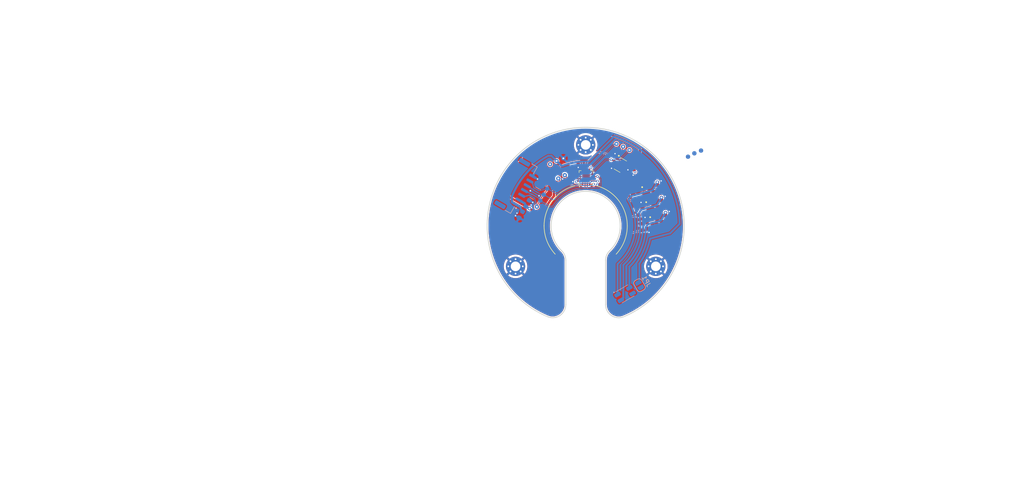
<source format=kicad_pcb>
(kicad_pcb (version 20221018) (generator pcbnew)
  (title_block (title "${BOARD_NAME} Assembly") (date "Last Modified Date") (rev "${REVISION}") (company "${COMPANY}"))
  (layers (0 "F.Cu" signal "L1 (Sig, PWR)") (1 "In1.Cu" signal "L2 (GND)") (2 "In2.Cu" signal "L3 (GND)") (31 "B.Cu" signal "L4 (Sig, PWR)") (34 "B.Paste" user) (35 "F.Paste" user) (36 "B.SilkS" user "B.Silkscreen") (37 "F.SilkS" user "F.Silkscreen") (38 "B.Mask" user) (39 "F.Mask" user) (44 "Edge.Cuts" user))
  (property "BOARD_NAME" "Λmulet Off-Axis Encoder")
  (property "COMPANY" "EPFL Xplore Research")
  (property "DESIGNER" "Vincent Nguyen")
  (property "PROJECT_NAME" "Chienpanzé")
  (property "RELEASE_DATE" "06-FEB-2024")
  (property "REVIEWER" "")
  (property "REVISION" "1.0")
  (property "VARIANT" "Preliminary")
  (net 0 "")
  (net 1 "/MOSI")
  (net 2 "/MISO")
  (net 3 "/CLK")
  (net 4 "GND")
  (net 5 "+5V")
  (net 6 "/MGL")
  (net 7 "+3V3")
  (net 8 "/MGH")
  (net 9 "/PWM")
  (net 10 "/Z")
  (net 11 "/B")
  (net 12 "/A")
  (net 13 "/SSCK")
  (net 14 "/SSD")
  (net 15 "/CS")
  (net 17 "/MOS_R_G")
  (net 18 "/MOS_G_G")
  (net 19 "/MG")
  (net 20 "/MOS_Y_G")
  (net 21 "/LED_R_K")
  (net 22 "/MOS_R_D")
  (net 23 "/LED_G_K")
  (net 24 "/MOS_G_D")
  (net 25 "/LED_Y_K")
  (net 26 "/MOS_Y_D")
  (net 27 "/LED_A")
  (footprint "MountingHole:MountingHole_2.2mm_M2_Pad_Via" (layer "F.Cu") (at 148.5 71.5)
    (fp_text reference "H1" hide)
    (fp_text value "M2")
    (pad "1" thru_hole circle (at -1.65 0) (size 0.7 0.7) (drill 0.4) (layers "*.Cu" "*.Mask") (net 4 "GND"))
    (pad "1" thru_hole circle (at -1.166726 -1.166726) (size 0.7 0.7) (drill 0.4) (layers "*.Cu" "*.Mask") (net 4 "GND"))
    (pad "1" thru_hole circle (at -1.166726 1.166726) (size 0.7 0.7) (drill 0.4) (layers "*.Cu" "*.Mask") (net 4 "GND"))
    (pad "1" thru_hole circle (at 0 -1.65) (size 0.7 0.7) (drill 0.4) (layers "*.Cu" "*.Mask") (net 4 "GND"))
    (pad "1" thru_hole circle (at 0 0) (size 4.4 4.4) (drill 2.2) (layers "*.Cu" "*.Mask") (net 4 "GND"))
    (pad "1" thru_hole circle (at 0 1.65) (size 0.7 0.7) (drill 0.4) (layers "*.Cu" "*.Mask") (net 4 "GND"))
    (pad "1" thru_hole circle (at 1.166726 -1.166726) (size 0.7 0.7) (drill 0.4) (layers "*.Cu" "*.Mask") (net 4 "GND"))
    (pad "1" thru_hole circle (at 1.166726 1.166726) (size 0.7 0.7) (drill 0.4) (layers "*.Cu" "*.Mask") (net 4 "GND"))
    (pad "1" thru_hole circle (at 1.65 0) (size 0.7 0.7) (drill 0.4) (layers "*.Cu" "*.Mask") (net 4 "GND"))
  )
  (footprint "0_fiducials:Fiducial_1mm_Mask2mm" (layer "F.Cu") (at 144.35 71.3)
    (fp_text reference "FM2" hide)
    (fp_text value "Fiducial" hide)
    (pad "" smd circle (at 0 0) (size 1 1) (property pad_prop_fiducial_glob) (layers "F.Cu" "F.Mask") (clearance 0.5))
  )
  (footprint "0_capacitor_smd:C_0603_1608_DensityMedium" (layer "F.Cu") (at 145.75 77.45 90)
    (fp_text reference "C4" hide)
    (fp_text value "1u X7R 25V" hide)
    (pad "1" smd roundrect (at -0.8 0 90) (size 0.95 1) (layers "F.Cu" "F.Paste" "F.Mask") (net 7 "+3V3"))
    (pad "2" smd roundrect (at 0.8 0 90) (size 0.95 1) (layers "F.Cu" "F.Paste" "F.Mask") (net 4 "GND"))
  )
  (footprint "0_resistor_smd:R_0603_1608_DensityMedium" (layer "F.Cu") (at 160.717784 83.051024 -75)
    (fp_text reference "R2" hide)
    (fp_text value "R" hide)
    (pad "1" smd roundrect (at -0.75 0 285) (size 0.85 1) (layers "F.Cu" "F.Paste" "F.Mask") (net 18 "/MOS_G_G"))
    (pad "2" smd roundrect (at 0.75 0 285) (size 0.85 1) (layers "F.Cu" "F.Paste" "F.Mask") (net 4 "GND"))
  )
  (footprint "0_resistor_smd:R_0603_1608_DensityMedium" (layer "F.Cu") (at 167.191846 88.666765 -75)
    (fp_text reference "R8" hide)
    (fp_text value "R" hide)
    (pad "1" smd roundrect (at -0.75 0 285) (size 0.85 1) (layers "F.Cu" "F.Paste" "F.Mask") (net 25 "/LED_Y_K"))
    (pad "2" smd roundrect (at 0.75 0 285) (size 0.85 1) (layers "F.Cu" "F.Paste" "F.Mask") (net 26 "/MOS_Y_D"))
  )
  (footprint "0_resistor_smd:R_0603_1608_DensityMedium" (layer "F.Cu") (at 160.380886 86.816526 -75)
    (fp_text reference "R4" hide)
    (fp_text value "R" hide)
    (pad "1" smd roundrect (at -0.75 0 285) (size 0.85 1) (layers "F.Cu" "F.Paste" "F.Mask") (net 17 "/MOS_R_G"))
    (pad "2" smd roundrect (at 0.75 0 285) (size 0.85 1) (layers "F.Cu" "F.Paste" "F.Mask") (net 6 "/MGL"))
  )
  (footprint "0_resistor_smd:R_0603_1608_DensityMedium" (layer "F.Cu") (at 159.462084 83.387492 -75)
    (fp_text reference "R1" hide)
    (fp_text value "R" hide)
    (pad "1" smd roundrect (at -0.75 0 285) (size 0.85 1) (layers "F.Cu" "F.Paste" "F.Mask") (net 18 "/MOS_G_G"))
    (pad "2" smd roundrect (at 0.75 0 285) (size 0.85 1) (layers "F.Cu" "F.Paste" "F.Mask") (net 19 "/MG"))
  )
  (footprint "0_resistor_smd:R_0603_1608_DensityMedium" (layer "F.Cu") (at 161.636594 86.480059 -75)
    (fp_text reference "R6" hide)
    (fp_text value "R" hide)
    (pad "1" smd roundrect (at -0.75 0 285) (size 0.85 1) (layers "F.Cu" "F.Paste" "F.Mask") (net 17 "/MOS_R_G"))
    (pad "2" smd roundrect (at 0.75 0 285) (size 0.85 1) (layers "F.Cu" "F.Paste" "F.Mask") (net 4 "GND"))
  )
  (footprint "0_package_SOT_TO_SMD:SOT95P280X145-5N" (layer "F.Cu") (at 156.4134 76.093595 -30)
    (fp_text reference "U2" hide)
    (fp_text value "SN74AHC1G02DBVR" hide)
    (pad "1" smd roundrect (at -1.375 -0.95 330) (size 1 0.6) (layers "F.Cu" "F.Paste" "F.Mask") (net 6 "/MGL"))
    (pad "2" smd roundrect (at -1.375 0 330) (size 1 0.6) (layers "F.Cu" "F.Paste" "F.Mask") (net 8 "/MGH"))
    (pad "3" smd roundrect (at -1.375 0.95 330) (size 1 0.6) (layers "F.Cu" "F.Paste" "F.Mask") (net 4 "GND"))
    (pad "4" smd roundrect (at 1.375 0.95 330) (size 1 0.6) (layers "F.Cu" "F.Paste" "F.Mask") (net 19 "/MG"))
    (pad "5" smd roundrect (at 1.375 -0.95 330) (size 1 0.6) (layers "F.Cu" "F.Paste" "F.Mask") (net 7 "+3V3"))
  )
  (footprint "0_fiducials:Fiducial_1mm_Mask2mm" (layer "F.Cu") (at 166.2 95.55 -120)
    (fp_text reference "FM3" hide)
    (fp_text value "Fiducial" hide)
    (pad "" smd circle (at 0 0 240) (size 1 1) (property pad_prop_fiducial_glob) (layers "F.Cu" "F.Mask") (clearance 0.5))
  )
  (footprint "0_resistor_smd:R_0603_1608_DensityMedium" (layer "F.Cu") (at 162.555397 89.909096 -75)
    (fp_text reference "R5" hide)
    (fp_text value "R" hide)
    (pad "1" smd roundrect (at -0.75 0 285) (size 0.85 1) (layers "F.Cu" "F.Paste" "F.Mask") (net 20 "/MOS_Y_G"))
    (pad "2" smd roundrect (at 0.75 0 285) (size 0.85 1) (layers "F.Cu" "F.Paste" "F.Mask") (net 4 "GND"))
  )
  (footprint "0_capacitor_smd:C_0603_1608_DensityMedium" (layer "F.Cu") (at 158.813396 77.593596 -120)
    (fp_text reference "C3" hide)
    (fp_text value "1u X7R 25V" hide)
    (pad "1" smd roundrect (at -0.8 0 240) (size 0.95 1) (layers "F.Cu" "F.Paste" "F.Mask") (net 7 "+3V3"))
    (pad "2" smd roundrect (at 0.8 0 240) (size 0.95 1) (layers "F.Cu" "F.Paste" "F.Mask") (net 4 "GND"))
  )
  (footprint "MountingHole:MountingHole_2.2mm_M2_Pad_Via" (layer "F.Cu") (at 164.521469 99.250002)
    (fp_text reference "H2" hide)
    (fp_text value "M2")
    (pad "1" thru_hole circle (at -1.65 0) (size 0.7 0.7) (drill 0.4) (layers "*.Cu" "*.Mask") (net 4 "GND"))
    (pad "1" thru_hole circle (at -1.166726 -1.166726) (size 0.7 0.7) (drill 0.4) (layers "*.Cu" "*.Mask") (net 4 "GND"))
    (pad "1" thru_hole circle (at -1.166726 1.166726) (size 0.7 0.7) (drill 0.4) (layers "*.Cu" "*.Mask") (net 4 "GND"))
    (pad "1" thru_hole circle (at 0 -1.65) (size 0.7 0.7) (drill 0.4) (layers "*.Cu" "*.Mask") (net 4 "GND"))
    (pad "1" thru_hole circle (at 0 0) (size 4.4 4.4) (drill 2.2) (layers "*.Cu" "*.Mask") (net 4 "GND"))
    (pad "1" thru_hole circle (at 0 1.65) (size 0.7 0.7) (drill 0.4) (layers "*.Cu" "*.Mask") (net 4 "GND"))
    (pad "1" thru_hole circle (at 1.166726 -1.166726) (size 0.7 0.7) (drill 0.4) (layers "*.Cu" "*.Mask") (net 4 "GND"))
    (pad "1" thru_hole circle (at 1.166726 1.166726) (size 0.7 0.7) (drill 0.4) (layers "*.Cu" "*.Mask") (net 4 "GND"))
    (pad "1" thru_hole circle (at 1.65 0) (size 0.7 0.7) (drill 0.4) (layers "*.Cu" "*.Mask") (net 4 "GND"))
  )
  (footprint "MountingHole:MountingHole_2.2mm_M2_Pad_Via" (layer "F.Cu") (at 132.478529 99.249996)
    (fp_text reference "H3" hide)
    (fp_text value "M2")
    (pad "1" thru_hole circle (at -1.65 0) (size 0.7 0.7) (drill 0.4) (layers "*.Cu" "*.Mask") (net 4 "GND"))
    (pad "1" thru_hole circle (at -1.166726 -1.166726) (size 0.7 0.7) (drill 0.4) (layers "*.Cu" "*.Mask") (net 4 "GND"))
    (pad "1" thru_hole circle (at -1.166726 1.166726) (size 0.7 0.7) (drill 0.4) (layers "*.Cu" "*.Mask") (net 4 "GND"))
    (pad "1" thru_hole circle (at 0 -1.65) (size 0.7 0.7) (drill 0.4) (layers "*.Cu" "*.Mask") (net 4 "GND"))
    (pad "1" thru_hole circle (at 0 0) (size 4.4 4.4) (drill 2.2) (layers "*.Cu" "*.Mask") (net 4 "GND"))
    (pad "1" thru_hole circle (at 0 1.65) (size 0.7 0.7) (drill 0.4) (layers "*.Cu" "*.Mask") (net 4 "GND"))
    (pad "1" thru_hole circle (at 1.166726 -1.166726) (size 0.7 0.7) (drill 0.4) (layers "*.Cu" "*.Mask") (net 4 "GND"))
    (pad "1" thru_hole circle (at 1.166726 1.166726) (size 0.7 0.7) (drill 0.4) (layers "*.Cu" "*.Mask") (net 4 "GND"))
    (pad "1" thru_hole circle (at 1.65 0) (size 0.7 0.7) (drill 0.4) (layers "*.Cu" "*.Mask") (net 4 "GND"))
  )
  (footprint "0_package_DFN_QFN:QFN-16" (layer "F.Cu") (at 148.6 79 90)
    (fp_text reference "U1" hide)
    (fp_text value "MA732GQ" hide)
    (pad "1" smd roundrect (at -1.475 -0.75 90) (size 0.75 0.25) (layers "F.Cu" "F.Paste" "F.Mask") (net 14 "/SSD"))
    (pad "2" smd roundrect (at -1.475 -0.25 90) (size 0.75 0.25) (layers "F.Cu" "F.Paste" "F.Mask") (net 12 "/A"))
    (pad "3" smd roundrect (at -1.475 0.25 90) (size 0.75 0.25) (layers "F.Cu" "F.Paste" "F.Mask") (net 10 "/Z"))
    (pad "4" smd roundrect (at -1.475 0.75 90) (size 0.75 0.25) (layers "F.Cu" "F.Paste" "F.Mask") (net 1 "/MOSI"))
    (pad "5" smd roundrect (at -0.75 1.475 90) (size 0.25 0.75) (layers "F.Cu" "F.Paste" "F.Mask") (net 15 "/CS"))
    (pad "6" smd roundrect (at -0.25 1.475 90) (size 0.25 0.75) (layers "F.Cu" "F.Paste" "F.Mask") (net 11 "/B"))
    (pad "7" smd roundrect (at 0.25 1.475 90) (size 0.25 0.75) (layers "F.Cu" "F.Paste" "F.Mask") (net 2 "/MISO"))
    (pad "8" smd roundrect (at 0.75 1.475 90) (size 0.25 0.75) (layers "F.Cu" "F.Paste" "F.Mask") (net 4 "GND"))
    (pad "9" smd roundrect (at 1.475 0.75 90) (size 0.75 0.25) (layers "F.Cu" "F.Paste" "F.Mask") (net 9 "/PWM"))
    (pad "10" smd roundrect (at 1.475 0.25 90) (size 0.75 0.25) (layers "F.Cu" "F.Paste" "F.Mask") (net 4 "GND"))
    (pad "11" smd roundrect (at 1.475 -0.25 90) (size 0.75 0.25) (layers "F.Cu" "F.Paste" "F.Mask") (net 6 "/MGL"))
    (pad "12" smd roundrect (at 1.475 -0.75 90) (size 0.75 0.25) (layers "F.Cu" "F.Paste" "F.Mask") (net 3 "/CLK"))
    (pad "13" smd roundrect (at 0.75 -1.475 90) (size 0.25 0.75) (layers "F.Cu" "F.Paste" "F.Mask") (net 7 "+3V3"))
    (pad "14" smd roundrect (at 0.25 -1.475 90) (size 0.25 0.75) (layers "F.Cu" "F.Paste" "F.Mask"))
    (pad "15" smd roundrect (at -0.25 -1.475 90) (size 0.25 0.75) (layers "F.Cu" "F.Paste" "F.Mask") (net 13 "/SSCK"))
    (pad "16" smd roundrect (at -0.75 -1.475 90) (size 0.25 0.75) (layers "F.Cu" "F.Paste" "F.Mask") (net 8 "/MGH"))
    (pad "17" smd rect (at 0 0 90) (size 1.7 1.7) (layers "F.Cu" "F.Mask") (net 4 "GND"))
  )
  (footprint "0_package_SOT_TO_SMD:SOT-23-3" (layer "F.Cu") (at 164.873625 89.287931 15)
    (fp_text reference "Q2" hide)
    (fp_text value "PMV90ENER" hide)
    (pad "1" smd roundrect (at -1 -0.95 15) (size 1 0.6) (layers "F.Cu" "F.Paste" "F.Mask") (net 20 "/MOS_Y_G"))
    (pad "2" smd roundrect (at -1 0.95 15) (size 1 0.6) (layers "F.Cu" "F.Paste" "F.Mask") (net 4 "GND"))
    (pad "3" smd roundrect (at 1 0 15) (size 1 0.6) (layers "F.Cu" "F.Paste" "F.Mask") (net 26 "/MOS_Y_D"))
  )
  (footprint "0_resistor_smd:R_0603_1608_DensityMedium" (layer "F.Cu") (at 166.273035 85.23773 -75)
    (fp_text reference "R9" hide)
    (fp_text value "R" hide)
    (pad "1" smd roundrect (at -0.75 0 285) (size 0.85 1) (layers "F.Cu" "F.Paste" "F.Mask") (net 21 "/LED_R_K"))
    (pad "2" smd roundrect (at 0.75 0 285) (size 0.85 1) (layers "F.Cu" "F.Paste" "F.Mask") (net 22 "/MOS_R_D"))
  )
  (footprint "0_resistor_smd:R_0603_1608_DensityMedium" (layer "F.Cu") (at 165.354227 81.808695 -75)
    (fp_text reference "R7" hide)
    (fp_text value "R" hide)
    (pad "1" smd roundrect (at -0.75 0 285) (size 0.85 1) (layers "F.Cu" "F.Paste" "F.Mask") (net 23 "/LED_G_K"))
    (pad "2" smd roundrect (at 0.75 0 285) (size 0.85 1) (layers "F.Cu" "F.Paste" "F.Mask") (net 24 "/MOS_G_D"))
  )
  (footprint "0_package_SOT_TO_SMD:SOT-23-3" (layer "F.Cu") (at 163.954813 85.858895 15)
    (fp_text reference "Q3" hide)
    (fp_text value "PMV90ENER" hide)
    (pad "1" smd roundrect (at -1 -0.95 15) (size 1 0.6) (layers "F.Cu" "F.Paste" "F.Mask") (net 17 "/MOS_R_G"))
    (pad "2" smd roundrect (at -1 0.95 15) (size 1 0.6) (layers "F.Cu" "F.Paste" "F.Mask") (net 4 "GND"))
    (pad "3" smd roundrect (at 1 0 15) (size 1 0.6) (layers "F.Cu" "F.Paste" "F.Mask") (net 22 "/MOS_R_D"))
  )
  (footprint "0_fiducials:Fiducial_1mm_Mask2mm" (layer "F.Cu") (at 135.1 102.45 120)
    (fp_text reference "FM1" hide)
    (fp_text value "Fiducial" hide)
    (pad "" smd circle (at 0 0 120) (size 1 1) (property pad_prop_fiducial_glob) (layers "F.Cu" "F.Mask") (clearance 0.5))
  )
  (footprint "0_package_SOT_TO_SMD:SOT-23-3" (layer "F.Cu") (at 163.036006 82.429859 15)
    (fp_text reference "Q1" hide)
    (fp_text value "PMV90ENER" hide)
    (pad "1" smd roundrect (at -1 -0.95 15) (size 1 0.6) (layers "F.Cu" "F.Paste" "F.Mask") (net 18 "/MOS_G_G"))
    (pad "2" smd roundrect (at -1 0.95 15) (size 1 0.6) (layers "F.Cu" "F.Paste" "F.Mask") (net 4 "GND"))
    (pad "3" smd roundrect (at 1 0 15) (size 1 0.6) (layers "F.Cu" "F.Paste" "F.Mask") (net 24 "/MOS_G_D"))
  )
  (footprint "0_resistor_smd:R_0603_1608_DensityMedium" (layer "F.Cu") (at 161.299696 90.245561 -75)
    (fp_text reference "R3" hide)
    (fp_text value "R" hide)
    (pad "1" smd roundrect (at -0.75 0 285) (size 0.85 1) (layers "F.Cu" "F.Paste" "F.Mask") (net 20 "/MOS_Y_G"))
    (pad "2" smd roundrect (at 0.75 0 285) (size 0.85 1) (layers "F.Cu" "F.Paste" "F.Mask") (net 8 "/MGH"))
  )
  (footprint "0_testpoint:TestPoint_Pad_D1mm_Front" (layer "B.Cu") (at 155.525 71.275 180)
    (fp_text reference "TP10" hide)
    (fp_text value "PWM" hide)
    (pad "1" smd circle (at 0 0 180) (size 1 1) (property pad_prop_testpoint) (layers "B.Cu" "B.Mask") (net 9 "/PWM"))
  )
  (footprint "0_testpoint:TestPoint_Pad_D1mm_Front" (layer "B.Cu") (at 140.375 75.925 180)
    (fp_text reference "TP13" hide)
    (fp_text value "+3V3" hide)
    (pad "1" smd circle (at 0 0 180) (size 1 1) (property pad_prop_testpoint) (layers "B.Cu" "B.Mask") (net 7 "+3V3"))
  )
  (footprint "0_testpoint:TestPoint_Pad_D1mm_Front" (layer "B.Cu") (at 138.937599 82.862564 180)
    (fp_text reference "TP3" hide)
    (fp_text value "MOSI" hide)
    (pad "1" smd circle (at 0 0 180) (size 1 1) (property pad_prop_testpoint) (layers "B.Cu" "B.Mask") (net 1 "/MOSI"))
  )
  (footprint "0_testpoint:TestPoint_Pad_D1mm_Front" (layer "B.Cu") (at 137.337599 85.633846 180)
    (fp_text reference "TP1" hide)
    (fp_text value "CLK" hide)
    (pad "1" smd circle (at 0 0 180) (size 1 1) (property pad_prop_testpoint) (layers "B.Cu" "B.Mask") (net 3 "/CLK"))
  )
  (footprint "0_testpoint:TestPoint_Pad_D1mm_Front" (layer "B.Cu") (at 139.7376 81.476925 180)
    (fp_text reference "TP4" hide)
    (fp_text value "CS" hide)
    (pad "1" smd circle (at 0 0 180) (size 1 1) (property pad_prop_testpoint) (layers "B.Cu" "B.Mask") (net 15 "/CS"))
  )
  (footprint "0_testpoint:TestPoint_Pad_D1mm_Front" (layer "B.Cu") (at 143.4 74.575 180)
    (fp_text reference "TP15" hide)
    (fp_text value "GND" hide)
    (pad "1" smd circle (at 0 0 180) (size 1 1) (property pad_prop_testpoint) (layers "B.Cu" "B.Mask") (net 4 "GND"))
  )
  (footprint "0_connectors:JST_GH_SM07B-GHS-TB_1x07-1MP_P1.25mm_Horizontal" (layer "B.Cu") (at 132.911543 81 60)
    (fp_text reference "J1" hide)
    (fp_text value "SM07B-GHS-TB" hide)
    (pad "1" smd roundrect (at -3.75 1.85 60) (size 0.6 1.7) (layers "B.Cu" "B.Paste" "B.Mask") (net 5 "+5V"))
    (pad "2" smd roundrect (at -2.5 1.85 60) (size 0.6 1.7) (layers "B.Cu" "B.Paste" "B.Mask") (net 7 "+3V3"))
    (pad "3" smd roundrect (at -1.25 1.85 60) (size 0.6 1.7) (layers "B.Cu" "B.Paste" "B.Mask") (net 3 "/CLK"))
    (pad "4" smd roundrect (at 0 1.85 60) (size 0.6 1.7) (layers "B.Cu" "B.Paste" "B.Mask") (net 2 "/MISO"))
    (pad "5" smd roundrect (at 1.25 1.85 60) (size 0.6 1.7) (layers "B.Cu" "B.Paste" "B.Mask") (net 1 "/MOSI"))
    (pad "6" smd roundrect (at 2.5 1.85 60) (size 0.6 1.7) (layers "B.Cu" "B.Paste" "B.Mask") (net 15 "/CS"))
    (pad "7" smd roundrect (at 3.75 1.85 60) (size 0.6 1.7) (layers "B.Cu" "B.Paste" "B.Mask") (net 4 "GND"))
    (pad "MP1" smd roundrect (at -5.6 -1.35 60) (size 1 2.7) (layers "B.Cu" "B.Paste" "B.Mask"))
    (pad "MP2" smd roundrect (at 5.6 -1.35 60) (size 1 2.7) (layers "B.Cu" "B.Paste" "B.Mask"))
  )
  (footprint "0_package_DFN_QFN:SOT1176D" (layer "B.Cu") (at 136.817564 82.537533 150)
    (fp_text reference "D1" hide)
    (fp_text value "PESD4USB5B-TBSX" hide)
    (pad "1" smd rect (at -0.425 1 240) (size 0.25 0.6) (layers "B.Cu" "B.Paste" "B.Mask") (net 15 "/CS"))
    (pad "2" smd rect (at -0.425 0.5 240) (size 0.25 0.6) (layers "B.Cu" "B.Paste" "B.Mask") (net 1 "/MOSI"))
    (pad "3" smd rect (at -0.425 0 240) (size 0.25 0.6) (layers "B.Cu" "B.Paste" "B.Mask") (net 4 "GND"))
    (pad "4" smd rect (at -0.425 -0.5 240) (size 0.25 0.6) (layers "B.Cu" "B.Paste" "B.Mask") (net 2 "/MISO"))
    (pad "5" smd rect (at -0.425 -1 240) (size 0.25 0.6) (layers "B.Cu" "B.Paste" "B.Mask") (net 3 "/CLK"))
    (pad "6" smd rect (at 0.425 -1 240) (size 0.25 0.6) (layers "B.Cu" "B.Paste" "B.Mask") (net 3 "/CLK"))
    (pad "7" smd rect (at 0.425 -0.5 240) (size 0.25 0.6) (layers "B.Cu" "B.Paste" "B.Mask") (net 2 "/MISO"))
    (pad "8" smd rect (at 0.425 0 240) (size 0.25 0.6) (layers "B.Cu" "B.Paste" "B.Mask") (net 4 "GND"))
    (pad "9" smd rect (at 0.425 0.5 240) (size 0.25 0.6) (layers "B.Cu" "B.Paste" "B.Mask") (net 1 "/MOSI"))
    (pad "10" smd rect (at 0.425 1 240) (size 0.25 0.6) (layers "B.Cu" "B.Paste" "B.Mask") (net 15 "/CS"))
  )
  (footprint "0_testpoint:TestPoint_Pad_D1mm_Front" (layer "B.Cu") (at 141.85 75.175 180)
    (fp_text reference "TP14" hide)
    (fp_text value "+5V" hide)
    (pad "1" smd circle (at 0 0 180) (size 1 1) (property pad_prop_testpoint) (layers "B.Cu" "B.Mask") (net 5 "+5V"))
  )
  (footprint "0_testpoint:TestPoint_Pad_D1mm_Front" (layer "B.Cu") (at 157.05 71.9 180)
    (fp_text reference "TP12" hide)
    (fp_text value "MGL" hide)
    (pad "1" smd circle (at 0 0 180) (size 1 1) (property pad_prop_testpoint) (layers "B.Cu" "B.Mask") (net 6 "/MGL"))
  )
  (footprint "0_testpoint:TestPoint_Pad_D1mm_Front" (layer "B.Cu") (at 138.137599 84.248205 180)
    (fp_text reference "TP2" hide)
    (fp_text value "MISO" hide)
    (pad "1" smd circle (at 0 0 180) (size 1 1) (property pad_prop_testpoint) (layers "B.Cu" "B.Mask") (net 2 "/MISO"))
  )
  (footprint "0_testpoint:TestPoint_Pad_D1mm_Front" (layer "B.Cu") (at 174.85 72.8 180)
    (fp_text reference "TP9" hide)
    (fp_text value "Z" hide)
    (pad "1" smd circle (at 0 0 180) (size 1 1) (property pad_prop_testpoint) (layers "B.Cu" "B.Mask") (net 10 "/Z"))
  )
  (footprint "0_capacitor_smd:C_0603_1608_DensityMedium" (layer "B.Cu") (at 133.689042 87.453332 -120)
    (fp_text reference "C1" hide)
    (fp_text value "100n X7R 100V" hide)
    (pad "1" smd roundrect (at -0.8 0 240) (size 0.95 1) (layers "B.Cu" "B.Paste" "B.Mask") (net 5 "+5V"))
    (pad "2" smd roundrect (at 0.8 0 240) (size 0.95 1) (layers "B.Cu" "B.Paste" "B.Mask") (net 4 "GND"))
  )
  (footprint "Jumper:SolderJumper-2_P1.3mm_Open_RoundedPad1.0x1.5mm" (layer "B.Cu") (at 160.8 103.55 120)
    (fp_text reference "JP1" (at 0 1.8 120) (layer "B.SilkS") (effects (justify mirror)))
    (fp_text value "PWR_LED")
    (pad "1" smd custom (at -0.65 0 120) (size 1 0.5) (layers "B.Cu" "B.Mask") (net 27 "/LED_A") (options (clearance outline) (anchor rect)) (primitives (gr_circle (center 0 -0.25) (end 0.5 -0.25) (width 0) (fill yes)) (gr_circle (center 0 0.25) (end 0.5 0.25) (width 0) (fill yes)) (gr_poly (pts (xy 0.5 -0.75) (xy 0 -0.75) (xy 0 0.75) (xy 0.5 0.75)) (width 0) (fill yes))))
    (pad "2" smd custom (at 0.65 0 120) (size 1 0.5) (layers "B.Cu" "B.Mask") (net 5 "+5V") (options (clearance outline) (anchor rect)) (primitives (gr_circle (center 0 -0.25) (end 0.5 -0.25) (width 0) (fill yes)) (gr_circle (center 0 0.25) (end 0.5 0.25) (width 0) (fill yes)) (gr_poly (pts (xy 0 -0.75) (xy -0.5 -0.75) (xy -0.5 0.75) (xy 0 0.75)) (width 0) (fill yes))))
  )
  (footprint "0_testpoint:TestPoint_Pad_D1mm_Front" (layer "B.Cu") (at 173.325 73.425 180)
    (fp_text reference "TP8" hide)
    (fp_text value "B" hide)
    (pad "1" smd circle (at 0 0 180) (size 1 1) (property pad_prop_testpoint) (layers "B.Cu" "B.Mask") (net 11 "/B"))
  )
  (footprint "0_led:4-PLCC" (layer "B.Cu") (at 157.5 105.575 -60)
    (fp_text reference "D2" hide)
    (fp_text value "SMTL4-SRGY" hide)
    (pad "1" smd roundrect (at -0.75 1.55 300) (size 0.9 1.5) (layers "B.Cu" "B.Paste" "B.Mask") (net 23 "/LED_G_K"))
    (pad "2" smd roundrect (at -0.75 -1.55 300) (size 0.9 1.5) (layers "B.Cu" "B.Paste" "B.Mask") (net 25 "/LED_Y_K"))
    (pad "3" smd roundrect (at 0.75 1.55 300) (size 0.9 1.5) (layers "B.Cu" "B.Paste" "B.Mask") (net 21 "/LED_R_K"))
    (pad "4" smd roundrect (at 0.75 -1.55 300) (size 0.9 1.5) (layers "B.Cu" "B.Paste" "B.Mask") (net 27 "/LED_A"))
  )
  (footprint "0_testpoint:TestPoint_Pad_D1mm_Front" (layer "B.Cu") (at 142.25 79.175 180)
    (fp_text reference "TP5" hide)
    (fp_text value "SSD" hide)
    (pad "1" smd circle (at 0 0 180) (size 1 1) (property pad_prop_testpoint) (layers "B.Cu" "B.Mask") (net 14 "/SSD"))
  )
  (footprint "0_testpoint:TestPoint_Pad_D1mm_Front" (layer "B.Cu") (at 143.725 78.425 180)
    (fp_text reference "TP6" hide)
    (fp_text value "SSCK" hide)
    (pad "1" smd circle (at 0 0 180) (size 1 1) (property pad_prop_testpoint) (layers "B.Cu" "B.Mask") (net 13 "/SSCK"))
  )
  (footprint "0_testpoint:TestPoint_Pad_D1mm_Front" (layer "B.Cu") (at 171.875 74.2 180)
    (fp_text reference "TP7" hide)
    (fp_text value "A" hide)
    (pad "1" smd circle (at 0 0 180) (size 1 1) (property pad_prop_testpoint) (layers "B.Cu" "B.Mask") (net 12 "/A"))
  )
  (footprint "0_testpoint:TestPoint_Pad_D1mm_Front" (layer "B.Cu") (at 158.5 72.675 180)
    (fp_text reference "TP11" hide)
    (fp_text value "MGH" hide)
    (pad "1" smd circle (at 0 0 180) (size 1 1) (property pad_prop_testpoint) (layers "B.Cu" "B.Mask") (net 8 "/MGH"))
  )
  (footprint "0_capacitor_smd:C_0603_1608_DensityMedium" (layer "B.Cu") (at 135.189042 84.855254 60)
    (fp_text reference "C2" hide)
    (fp_text value "100n X7R 100V" hide)
    (pad "1" smd roundrect (at -0.8 0 60) (size 0.95 1) (layers "B.Cu" "B.Paste" "B.Mask") (net 7 "+3V3"))
    (pad "2" smd roundrect (at 0.8 0 60) (size 0.95 1) (layers "B.Cu" "B.Paste" "B.Mask") (net 4 "GND"))
  )
  (gr_arc (start 139 90) (mid 140.956889 84.224926) (end 146.021364 80.829048) (stroke (width 0.15)) (layer "F.SilkS"))
  (gr_arc (start 158 90) (mid 157.342641 93.472419) (end 155.461538 96.464285) (stroke (width 0.15)) (layer "F.SilkS"))
  (gr_arc (start 150.978636 80.829048) (mid 156.043111 84.224926) (end 158 90) (stroke (width 0.15)) (layer "F.SilkS"))
  (gr_arc (start 141.538462 96.464285) (mid 139.657359 93.472419) (end 139 90) (stroke (width 0.15)) (layer "F.SilkS"))
  (gr_arc (start 143.950001 107.979083) (mid 142.610635 110.477559) (end 139.788462 110.745098) (stroke (width 0.2)) (layer "Edge.Cuts"))
  (gr_line (start 143.950001 107.979083) (end 143.95 97.861775) (stroke (width 0.2)) (layer "Edge.Cuts"))
  (gr_arc (start 139.788462 110.745098) (mid 148.5 67.5) (end 157.211538 110.745098) (stroke (width 0.2)) (layer "Edge.Cuts"))
  (gr_arc (start 157.211538 110.745098) (mid 154.38937 110.477545) (end 153.05 107.979085) (stroke (width 0.2)) (layer "Edge.Cuts"))
  (gr_arc (start 143.027981 95.697983) (mid 148.5 82.1) (end 153.972016 95.697981) (stroke (width 0.2)) (layer "Edge.Cuts"))
  (gr_line (start 153.049999 97.861775) (end 153.05 107.979085) (stroke (width 0.2)) (layer "Edge.Cuts"))
  (gr_arc (start 143.027981 95.697983) (mid 143.709885 96.685753) (end 143.95 97.861775) (stroke (width 0.2)) (layer "Edge.Cuts"))
  (gr_arc (start 153.049999 97.861775) (mid 153.290113 96.685753) (end 153.972016 95.697981) (stroke (width 0.2)) (layer "Edge.Cuts"))
  (segment (start 149.35 80.475) (end 150.325 80.475) (width 0.2) (layer "F.Cu") (net 1))
  (via (at 150.325 80.475) (size 0.6) (drill 0.3) (layers "F.Cu" "B.Cu") (net 1))
  (segment (start 136.699503 81.89202) (end 136.67076 81.784745) (width 0.25) (layer "B.Cu") (net 1))
  (segment (start 140.929457 84.012564) (end 138.937599 82.862564) (width 0.2) (layer "B.Cu") (net 1))
  (segment (start 136.699503 81.89202) (end 137.435624 82.317021) (width 0.25) (layer "B.Cu") (net 1))
  (segment (start 135.15699 80.91077) (end 135.13869 80.842468) (width 0.25) (layer "B.Cu") (net 1))
  (segment (start 135.185734 81.018046) (end 135.13869 80.842468) (width 0.25) (layer "B.Cu") (net 1))
  (segment (start 148.5 80.751622) (end 150.048378 80.751622) (width 0.2) (layer "B.Cu") (net 1))
  (segment (start 141.44975 84.012564) (end 141.460641 84.001673) (width 0.2) (layer "B.Cu") (net 1))
  (segment (start 138.557116 82.964516) (end 138.937599 82.862564) (width 0.2) (layer "B.Cu") (net 1))
  (segment (start 150.048378 80.751622) (end 150.325 80.475) (width 0.2) (layer "B.Cu") (net 1))
  (segment (start 136.67076 81.784745) (end 135.15699 80.91077) (width 0.25) (layer "B.Cu") (net 1))
  (segment (start 140.929457 84.012564) (end 141.44975 84.012564) (width 0.2) (layer "B.Cu") (net 1))
  (segment (start 137.435624 82.317021) (end 138.557116 82.964516) (width 0.2) (layer "B.Cu") (net 1))
  (arc (start 141.460641 84.001673) (mid 143.88683 81.984317) (end 146.85 80.9) (width 0.2) (layer "B.Cu") (net 1))
  (arc (start 146.85 80.9) (mid 147.671671 80.788791) (end 148.5 80.751622) (width 0.2) (layer "B.Cu") (net 1))
  (segment (start 151.175 78.7) (end 151.125 78.75) (width 0.2) (layer "F.Cu") (net 2))
  (segment (start 151.125 78.75) (end 150.075 78.75) (width 0.2) (layer "F.Cu") (net 2))
  (via (at 151.175 78.7) (size 0.6) (drill 0.3) (layers "F.Cu" "B.Cu") (net 2))
  (segment (start 136.1995 82.758044) (end 136.935626 83.183048) (width 0.25) (layer "B.Cu") (net 2))
  (segment (start 134.513692 81.924998) (end 134.679622 81.880537) (width 0.25) (layer "B.Cu") (net 2))
  (segment (start 151.825 79.25) (end 151.275 78.7) (width 0.2) (layer "B.Cu") (net 2))
  (segment (start 140.345964 85.523206) (end 138.137599 84.248205) (width 0.2) (layer "B.Cu") (net 2))
  (segment (start 140.920589 85.523206) (end 141.038988 85.404807) (width 0.2) (layer "B.Cu") (net 2))
  (segment (start 151.275 78.7) (end 151.175 78.7) (width 0.2) (layer "B.Cu") (net 2))
  (segment (start 136.935626 83.183048) (end 138.019933 83.809071) (width 0.2) (layer "B.Cu") (net 2))
  (segment (start 136.935625 83.183043) (end 136.935623 83.183044) (width 0.25) (layer "B.Cu") (net 2))
  (segment (start 148.5 81.237438) (end 151.462562 81.237438) (width 0.2) (layer "B.Cu") (net 2))
  (segment (start 140.345964 85.523206) (end 140.920589 85.523206) (width 0.2) (layer "B.Cu") (net 2))
  (segment (start 138.019933 83.809071) (end 138.137599 84.248205) (width 0.2) (layer "B.Cu") (net 2))
  (segment (start 136.1995 82.758044) (end 136.101875 82.784201) (width 0.25) (layer "B.Cu") (net 2))
  (segment (start 136.101875 82.784201) (end 134.581994 81.906698) (width 0.25) (layer "B.Cu") (net 2))
  (segment (start 151.825 80.875) (end 151.825 79.25) (width 0.2) (layer "B.Cu") (net 2))
  (segment (start 134.581994 81.906698) (end 134.51369 81.925) (width 0.25) (layer "B.Cu") (net 2))
  (segment (start 134.616142 81.897548) (end 134.51369 81.925) (width 0.2) (layer "B.Cu") (net 2))
  (segment (start 151.462562 81.237438) (end 151.825 80.875) (width 0.2) (layer "B.Cu") (net 2))
  (arc (start 147.1 81.35) (mid 147.797741 81.265624) (end 148.5 81.237438) (width 0.2) (layer "B.Cu") (net 2))
  (arc (start 141.038988 85.404807) (mid 143.627655 82.716955) (end 147.1 81.35) (width 0.2) (layer "B.Cu") (net 2))
  (segment (start 147.85 76.003479) (end 147.086423 75.239902) (width 0.2) (layer "F.Cu") (net 3))
  (segment (start 139.637855 81.930002) (end 139.637855 78.112145) (width 0.2) (layer "F.Cu") (net 3))
  (segment (start 147.85 77.525) (end 147.85 76.003479) (width 0.2) (layer "F.Cu") (net 3))
  (via (at 137.337599 85.633846) (size 0.8) (drill 0.4) (layers "F.Cu" "B.Cu") (net 3))
  (arc (start 139.637855 78.112145) (mid 143.165203 76.16531) (end 147.086423 75.239902) (width 0.2) (layer "F.Cu") (net 3))
  (arc (start 137.337599 85.633846) (mid 138.317897 83.676452) (end 139.637855 81.930002) (width 0.2) (layer "F.Cu") (net 3))
  (segment (start 135.623462 83.002815) (end 134.433016 83.321795) (width 0.25) (layer "B.Cu") (net 3))
  (segment (start 135.949502 83.191059) (end 136.685626 83.616058) (width 0.25) (layer "B.Cu") (net 3))
  (segment (start 136.685626 83.616058) (end 136.817305 83.692085) (width 0.2) (layer "B.Cu") (net 3))
  (segment (start 134.433016 83.321795) (end 133.88869 83.007532) (width 0.25) (layer "B.Cu") (net 3))
  (segment (start 136.817305 83.692085) (end 137.337599 85.633846) (width 0.2) (layer "B.Cu") (net 3))
  (segment (start 135.949502 83.191057) (end 135.623462 83.002815) (width 0.25) (layer "B.Cu") (net 3))
  (segment (start 159.342693 78.41991) (end 158.865892 78.547665) (width 0.5) (layer "F.Cu") (net 4))
  (segment (start 161.830706 87.204505) (end 162.989818 86.893921) (width 0.5) (layer "F.Cu") (net 4))
  (segment (start 162.749514 90.633542) (end 163.908624 90.32296) (width 0.5) (layer "F.Cu") (net 4))
  (segment (start 162.982448 91.502879) (end 162.749514 90.633542) (width 0.5) (layer "F.Cu") (net 4))
  (segment (start 163.908624 90.32296) (end 164.153573 90.46438) (width 0.5) (layer "F.Cu") (net 4))
  (segment (start 162.989818 86.893921) (end 163.234766 87.035345) (width 0.5) (layer "F.Cu") (net 4))
  (segment (start 162.07101 83.464883) (end 162.315959 83.606306) (width 0.5) (layer "F.Cu") (net 4))
  (segment (start 160.911899 83.775468) (end 162.07101 83.464883) (width 0.5) (layer "F.Cu") (net 4))
  (segment (start 158.865892 78.547665) (end 158.413394 78.286416) (width 0.5) (layer "F.Cu") (net 4))
  (segment (start 162.063642 88.073844) (end 161.830706 87.204505) (width 0.5) (layer "F.Cu") (net 4))
  (segment (start 161.144837 84.644802) (end 160.911899 83.775468) (width 0.5) (layer "F.Cu") (net 4))
  (via (at 137.5 79.3) (size 0.6) (drill 0.3) (layers "F.Cu" "B.Cu") (net 4))
  (via (at 159.342693 78.41991) (size 0.6) (drill 0.3) (layers "F.Cu" "B.Cu") (net 4))
  (via (at 137.835628 83.121234) (size 0.6) (drill 0.3) (layers "F.Cu" "B.Cu") (net 4))
  (via (at 165.75 79.725) (size 0.6) (drill 0.3) (layers "F.Cu" "B.Cu") (net 4))
  (via (at 162.063642 88.073844) (size 0.6) (drill 0.3) (layers "F.Cu" "B.Cu") (net 4))
  (via (at 145.55 79.9) (size 0.6) (drill 0.3) (layers "F.Cu" "B.Cu") (net 4))
  (via (at 146.8 76.65) (size 0.6) (drill 0.3) (layers "F.Cu" "B.Cu") (net 4))
  (via (at 161.144837 84.644802) (size 0.6) (drill 0.3) (layers "F.Cu" "B.Cu") (net 4))
  (via (at 136.390114 84.624935) (size 0.6) (drill 0.3) (layers "F.Cu" "B.Cu") (net 4))
  (via (at 167.608243 86.7) (size 0.6) (drill 0.3) (layers "F.Cu" "B.Cu") (net 4))
  (via (at 155.2 73.5) (size 0.6) (drill 0.3) (layers "F.Cu" "B.Cu") (net 4))
  (via (at 154.4 76.85) (size 0.6) (drill 0.3) (layers "F.Cu" "B.Cu") (net 4))
  (via (at 132.46632 87.671153) (size 0.6) (drill 0.3) (layers "F.Cu" "B.Cu") (net 4))
  (via (at 132.803817 87.086583) (size 0.6) (drill 0.3) (layers "F.Cu" "B.Cu") (net 4))
  (via (at 143.4 74.575) (size 0.8) (drill 0.4) (layers "F.Cu" "B.Cu") (net 4))
  (via (at 158.15 77.2) (size 0.6) (drill 0.3) (layers "F.Cu" "B.Cu") (net 4))
  (via (at 143.244407 79.301376) (size 0.6) (drill 0.3) (layers "F.Cu" "B.Cu") (net 4))
  (via (at 162.982448 91.502879) (size 0.6) (drill 0.3) (layers "F.Cu" "B.Cu") (net 4))
  (via (at 135.86542 81.983734) (size 0.6) (drill 0.3) (layers "F.Cu" "B.Cu") (net 4))
  (via (at 151.15 80.65) (size 0.6) (drill 0.3) (layers "F.Cu" "B.Cu") (net 4))
  (via (at 166.676494 83.25) (size 0.6) (drill 0.3) (layers "F.Cu" "B.Cu") (net 4))
  (via (at 136.040115 85.231153) (size 0.6) (drill 0.3) (layers "F.Cu" "B.Cu") (net 4))
  (segment (start 135.866715 81.988561) (end 135.86542 81.983734) (width 0.25) (layer "B.Cu") (net 4))
  (segment (start 136.449503 82.325033) (end 137.185625 82.750033) (width 0.25) (layer "B.Cu") (net 4))
  (segment (start 136.449503 82.325033) (end 135.866715 81.988561) (width 0.25) (layer "B.Cu") (net 4))
  (segment (start 137.185625 82.750033) (end 137.8308 83.122527) (width 0.25) (layer "B.Cu") (net 4))
  (segment (start 137.8308 83.122527) (end 137.835628 83.121234) (width 0.25) (layer "B.Cu") (net 4))
  (via (at 141.85 75.175) (size 0.8) (drill 0.4) (layers "F.Cu" "B.Cu") (net 5))
  (segment (start 160.475 102.987083) (end 160.75 102.712083) (width 0.5) (layer "B.Cu") (net 5))
  (segment (start 131.62861 84.555985) (end 131.707715 84.63509) (width 0.5) (layer "B.Cu") (net 5))
  (segment (start 131.62861 83.332265) (end 131.62861 84.555985) (width 0.5) (layer "B.Cu") (net 5))
  (segment (start 141.85 75.175) (end 140.675 74) (width 0.5) (layer "B.Cu") (net 5))
  (segment (start 149.250001 75.3) (end 148.8 75.3) (width 0.5) (layer "B.Cu") (net 5))
  (segment (start 131.707715 84.63509) (end 133.569667 85.710096) (width 0.5) (layer "B.Cu") (net 5))
  (segment (start 140.675 74) (end 139.95 74) (width 0.5) (layer "B.Cu") (net 5))
  (segment (start 133.807583 86.598012) (end 134.089038 86.760512) (width 0.5) (layer "B.Cu") (net 5))
  (segment (start 167.746708 91.714986) (end 167.778533 91.714986) (width 0.5) (layer "B.Cu") (net 5))
  (segment (start 133.569667 85.710096) (end 133.807583 86.598012) (width 0.5) (layer "B.Cu") (net 5))
  (segment (start 142.936737 76.261737) (end 143.26167 76.261737) (width 0.5) (layer "B.Cu") (net 5))
  (segment (start 167.778533 91.714986) (end 169.953231 89.540288) (width 0.5) (layer "B.Cu") (net 5))
  (segment (start 160.75 102.712083) (end 160.75 98.65) (width 0.5) (layer "B.Cu") (net 5))
  (segment (start 166.201228 92.129096) (end 167.746708 91.714986) (width 0.5) (layer "B.Cu") (net 5))
  (segment (start 155 69.550001) (end 149.250001 75.3) (width 0.5) (layer "B.Cu") (net 5))
  (segment (start 163.206858 92.931435) (end 166.201228 92.129096) (width 0.5) (layer "B.Cu") (net 5))
  (segment (start 141.85 75.175) (end 142.936737 76.261737) (width 0.5) (layer "B.Cu") (net 5))
  (arc (start 169.953231 89.540288) (mid 165.682802 77.146838) (end 155 69.550001) (width 0.5) (layer "B.Cu") (net 5))
  (arc (start 143.26167 76.261737) (mid 145.984446 75.513732) (end 148.8 75.300001) (width 0.5) (layer "B.Cu") (net 5))
  (arc (start 160.75 98.65) (mid 162.278372 95.919582) (end 163.206858 92.931435) (width 0.5) (layer "B.Cu") (net 5))
  (arc (start 139.95 74) (mid 134.959891 77.926561) (end 131.62861 83.332265) (width 0.5) (layer "B.Cu") (net 5))
  (segment (start 151.061562 73.238438) (end 152.05 73.238438) (width 0.2) (layer "F.Cu") (net 6))
  (segment (start 156.464425 76.06379) (end 156.135486 74.836176) (width 0.2) (layer "F.Cu") (net 6))
  (segment (start 157.060116 71.910116) (end 157.05 71.9) (width 0.2) (layer "F.Cu") (net 6))
  (segment (start 156.464425 76.06379) (end 156.490307 76.160383) (width 0.2) (layer "F.Cu") (net 6))
  (segment (start 157.060116 72.223452) (end 157.060116 71.910116) (width 0.2) (layer "F.Cu") (net 6))
  (segment (start 155.697615 74.583371) (end 154.809937 74.070869) (width 0.2) (layer "F.Cu") (net 6))
  (segment (start 156.593834 76.546753) (end 154.331093 80.465937) (width 0.2) (layer "F.Cu") (net 6))
  (segment (start 159.319296 87.877435) (end 159.090206 87.877435) (width 0.2) (layer "F.Cu") (net 6))
  (segment (start 154.331093 80.465937) (end 154.589912 81.431863) (width 0.2) (layer "F.Cu") (net 6))
  (segment (start 148.35 77.525) (end 148.35 75.95) (width 0.2) (layer "F.Cu") (net 6))
  (segment (start 148.35 75.95) (end 151.061562 73.238438) (width 0.2) (layer "F.Cu") (net 6))
  (segment (start 156.135486 74.836176) (end 155.697616 74.583371) (width 0.2) (layer "F.Cu") (net 6))
  (segment (start 160.575 87.54097) (end 159.319296 87.877435) (width 0.2) (layer "F.Cu") (net 6))
  (segment (start 155.697616 74.583371) (end 157.060116 72.223452) (width 0.2) (layer "F.Cu") (net 6))
  (segment (start 156.464425 76.06379) (end 156.593834 76.546753) (width 0.2) (layer "F.Cu") (net 6))
  (segment (start 159.090206 87.877435) (end 158.709484 87.496713) (width 0.2) (layer "F.Cu") (net 6))
  (via (at 157.05 71.9) (size 0.8) (drill 0.4) (layers "F.Cu" "B.Cu") (net 6))
  (arc (start 152.05 73.238437) (mid 153.447507 73.596504) (end 154.809937 74.070869) (width 0.2) (layer "F.Cu") (net 6))
  (arc (start 154.589912 81.431863) (mid 157.195584 84.093493) (end 158.709484 87.496713) (width 0.2) (layer "F.Cu") (net 6))
  (segment (start 129.146136 82.290147) (end 135.655065 86.048079) (width 0.5) (layer "F.Cu") (net 7))
  (segment (start 160.899999 72.350001) (end 160.899999 74.001075) (width 0.5) (layer "F.Cu") (net 7))
  (segment (start 129.146136 80.46572) (end 129.155928 80.455928) (width 0.5) (layer "F.Cu") (net 7))
  (segment (start 146.4 78.25) (end 147.125 78.25) (width 0.25) (layer "F.Cu") (net 7))
  (segment (start 141.2434 83.193809) (end 141.2434 78.4566) (width 0.5) (layer "F.Cu") (net 7))
  (segment (start 145.75 78.25) (end 146.4 78.25) (width 0.5) (layer "F.Cu") (net 7))
  (segment (start 159.620928 77.136064) (end 159.213394 76.900775) (width 0.5) (layer "F.Cu") (net 7))
  (segment (start 145.5 78.25) (end 145.75 78.25) (width 0.5) (layer "F.Cu") (net 7))
  (segment (start 160.870513 74.030561) (end 159.213394 76.900775) (width 0.5) (layer "F.Cu") (net 7))
  (segment (start 158.170341 76.298568) (end 159.213394 76.900775) (width 0.5) (layer "F.Cu") (net 7))
  (segment (start 129.146136 82.290147) (end 129.146136 80.46572) (width 0.5) (layer "F.Cu") (net 7))
  (segment (start 137.357553 87.031011) (end 138.718989 87.031011) (width 0.5) (layer "F.Cu") (net 7))
  (segment (start 159.767693 77.683786) (end 159.620928 77.136064) (width 0.5) (layer "F.Cu") (net 7))
  (segment (start 158.079185 75.958371) (end 158.170341 76.298568) (width 0.5) (layer "F.Cu") (net 7))
  (segment (start 135.655065 86.048079) (end 137.357553 87.031011) (width 0.5) (layer "F.Cu") (net 7))
  (segment (start 143.712495 77.23332) (end 144.48332 77.23332) (width 0.5) (layer "F.Cu") (net 7))
  (segment (start 144.48332 77.23332) (end 145.5 78.25) (width 0.5) (layer "F.Cu") (net 7))
  (segment (start 160.899999 74.001075) (end 160.870513 74.030561) (width 0.5) (layer "F.Cu") (net 7))
  (segment (start 138.718989 87.031011) (end 139.15 86.6) (width 0.5) (layer "F.Cu") (net 7))
  (via (at 140.375 75.925) (size 0.8) (drill 0.4) (layers "F.Cu" "B.Cu") (net 7))
  (via (at 159.767693 77.683786) (size 0.6) (drill 0.3) (layers "F.Cu" "B.Cu") (net 7))
  (via (at 135.655065 86.048079) (size 0.8) (drill 0.4) (layers "F.Cu" "B.Cu") (net 7))
  (arc (start 139.150001 86.6) (mid 140.023838 84.790666) (end 141.2434 83.193809) (width 0.5) (layer "F.Cu") (net 7))
  (arc (start 141.2434 78.4566) (mid 142.446966 77.782426) (end 143.712495 77.23332) (width 0.5) (layer "F.Cu") (net 7))
  (arc (start 129.155928 80.455928) (mid 143.163189 69.100218) (end 160.899999 72.350001) (width 0.5) (layer "F.Cu") (net 7))
  (segment (start 134.789042 85.548076) (end 135.655065 86.048079) (width 0.5) (layer "B.Cu") (net 7))
  (segment (start 134.60603 84.865062) (end 134.789042 85.548076) (width 0.5) (layer "B.Cu") (net 7))
  (segment (start 133.26369 84.090064) (end 134.60603 84.865062) (width 0.5) (layer "B.Cu") (net 7))
  (segment (start 155.625889 75.638925) (end 155.788277 76.244964) (width 0.2) (layer "F.Cu") (net 8))
  (segment (start 158.046203 90.872798) (end 158.758034 91.58463) (width 0.2) (layer "F.Cu") (net 8))
  (segment (start 159.2 91.58463) (end 161.49381 90.970005) (width 0.2) (layer "F.Cu") (net 8))
  (segment (start 158.046203 90) (end 158.046203 90.872798) (width 0.2) (layer "F.Cu") (net 8))
  (segment (start 155.222615 75.406095) (end 155.625889 75.638925) (width 0.2) (layer "F.Cu") (net 8))
  (segment (start 155.222612 75.406096) (end 154.334935 74.893594) (width 0.2) (layer "F.Cu") (net 8))
  (segment (start 158.758034 91.58463) (end 159.2 91.58463) (width 0.2) (layer "F.Cu") (net 8))
  (segment (start 146.35 79.925) (end 146.525 79.75) (width 0.2) (layer "F.Cu") (net 8))
  (segment (start 153.101271 80.898994) (end 153.334208 81.768327) (width 0.2) (layer "F.Cu") (net 8))
  (segment (start 147.125 79.75) (end 146.875 79.75) (width 0.2) (layer "F.Cu") (net 8))
  (segment (start 155.788277 76.244964) (end 153.101271 80.898994) (width 0.2) (layer "F.Cu") (net 8))
  (segment (start 146.525 79.75) (end 147.125 79.75) (width 0.2) (layer "F.Cu") (net 8))
  (via (at 154.334935 74.893594) (size 0.6) (drill 0.3) (layers "F.Cu" "B.Cu") (net 8))
  (via (at 146.35 79.925) (size 0.6) (drill 0.3) (layers "F.Cu" "B.Cu") (net 8))
  (via (at 158.5 72.675) (size 0.8) (drill 0.4) (layers "F.Cu" "B.Cu") (net 8))
  (arc (start 153.334208 81.768328) (mid 156.784875 85.25755) (end 158.046203 90) (width 0.2) (layer "F.Cu") (net 8))
  (segment (start 154.334935 74.893594) (end 153.056406 74.893594) (width 0.2) (layer "B.Cu") (net 8))
  (segment (start 156.281406 74.893594) (end 158.5 72.675) (width 0.2) (layer "B.Cu") (net 8))
  (segment (start 153.056406 74.893594) (end 149.35 78.6) (width 0.2) (layer "B.Cu") (net 8))
  (segment (start 154.334935 74.893594) (end 156.281406 74.893594) (width 0.2) (layer "B.Cu") (net 8))
  (segment (start 147.675 78.6) (end 146.35 79.925) (width 0.2) (layer "B.Cu") (net 8))
  (segment (start 149.35 78.6) (end 147.675 78.6) (width 0.2) (layer "B.Cu") (net 8))
  (segment (start 149.35 77.525) (end 149.35 77.1) (width 0.2) (layer "F.Cu") (net 9))
  (segment (start 149.35 77.1) (end 149.7 76.75) (width 0.2) (layer "F.Cu") (net 9))
  (via (at 155.525 71.275) (size 0.8) (drill 0.4) (layers "F.Cu" "B.Cu") (net 9))
  (via (at 149.7 76.75) (size 0.6) (drill 0.3) (layers "F.Cu" "B.Cu") (net 9))
  (segment (start 155.175 71.275) (end 155.525 71.275) (width 0.2) (layer "B.Cu") (net 9))
  (segment (start 149.7 76.75) (end 155.175 71.275) (width 0.2) (layer "B.Cu") (net 9))
  (segment (start 148.85 80.475) (end 148.85 81.15) (width 0.2) (layer "F.Cu") (net 10))
  (segment (start 148.35 81.15) (end 148.35 80.475) (width 0.2) (layer "F.Cu") (net 12))
  (segment (start 144.5 79.25) (end 147.125 79.25) (width 0.2) (layer "F.Cu") (net 13))
  (segment (start 143.725 78.475) (end 144.5 79.25) (width 0.2) (layer "F.Cu") (net 13))
  (segment (start 143.725 78.425) (end 143.725 78.475) (width 0.2) (layer "F.Cu") (net 13))
  (via (at 143.725 78.425) (size 0.8) (drill 0.4) (layers "F.Cu" "B.Cu") (net 13))
  (segment (start 142.25 79.35) (end 142.725 79.825) (width 0.2) (layer "F.Cu") (net 14))
  (segment (start 147.85 80.475) (end 143.375 80.475) (width 0.2) (layer "F.Cu") (net 14))
  (segment (start 143.375 80.475) (end 142.725 79.825) (width 0.2) (layer "F.Cu") (net 14))
  (segment (start 142.725 79.825) (end 142.7 79.8) (width 0.2) (layer "F.Cu") (net 14))
  (segment (start 142.25 79.175) (end 142.25 79.35) (width 0.2) (layer "F.Cu") (net 14))
  (via (at 142.25 79.175) (size 0.8) (drill 0.4) (layers "F.Cu" "B.Cu") (net 14))
  (segment (start 151.2 79.8) (end 151.15 79.75) (width 0.2) (layer "F.Cu") (net 15))
  (segment (start 151.15 79.75) (end 150.075 79.75) (width 0.2) (layer "F.Cu") (net 15))
  (via (at 151.2 79.8) (size 0.6) (drill 0.3) (layers "F.Cu" "B.Cu") (net 15))
  (segment (start 148.5 80.302501) (end 149.397499 80.302501) (width 0.2) (layer "B.Cu") (net 15))
  (segment (start 136.319217 80.080672) (end 135.763686 79.759935) (width 0.25) (layer "B.Cu") (net 15))
  (segment (start 141.989263 82.776924) (end 142.032063 82.776924) (width 0.2) (layer "B.Cu") (net 15))
  (segment (start 141.989263 82.776924) (end 139.7376 81.476925) (width 0.2) (layer "B.Cu") (net 15))
  (segment (start 137.854493 81.981501) (end 139.7376 81.476925) (width 0.2) (layer "B.Cu") (net 15))
  (segment (start 137.685625 81.884003) (end 136.949502 81.459004) (width 0.25) (layer "B.Cu") (net 15))
  (segment (start 137.685628 81.884009) (end 137.854493 81.981501) (width 0.2) (layer "B.Cu") (net 15))
  (segment (start 136.640782 81.280768) (end 136.319217 80.080672) (width 0.25) (layer "B.Cu") (net 15))
  (segment (start 149.9 79.8) (end 151.2 79.8) (width 0.2) (layer "B.Cu") (net 15))
  (segment (start 136.949502 81.459004) (end 136.640782 81.280768) (width 0.25) (layer "B.Cu") (net 15))
  (segment (start 142.032063 82.776924) (end 142.054231 82.754756) (width 0.2) (layer "B.Cu") (net 15))
  (segment (start 149.397499 80.302501) (end 149.9 79.8) (width 0.2) (layer "B.Cu") (net 15))
  (arc (start 146.552818 80.500002) (mid 147.521414 80.352003) (end 148.5 80.302501) (width 0.2) (layer "B.Cu") (net 15))
  (arc (start 142.054231 82.754756) (mid 144.154728 81.330507) (end 146.552818 80.500001) (width 0.2) (layer "B.Cu") (net 15))
  (segment (start 160.186772 86.092082) (end 161.442479 85.755619) (width 0.2) (layer "F.Cu") (net 17))
  (segment (start 161.442479 85.755619) (end 162.601588 85.445033) (width 0.2) (layer "F.Cu") (net 17))
  (segment (start 162.601588 85.445033) (end 162.743011 85.20008) (width 0.2) (layer "F.Cu") (net 17))
  (segment (start 161.682779 82.016003) (end 161.824201 81.771048) (width 0.2) (layer "F.Cu") (net 18))
  (segment (start 160.523668 82.32658) (end 160.523666 82.326581) (width 0.2) (layer "F.Cu") (net 18))
  (segment (start 160.523666 82.326581) (end 161.682779 82.016003) (width 0.2) (layer "F.Cu") (net 18))
  (segment (start 159.267969 82.663047) (end 160.523668 82.32658) (width 0.2) (layer "F.Cu") (net 18))
  (segment (start 158.573935 84.287375) (end 158.518394 84.231834) (width 0.2) (layer "F.Cu") (net 19))
  (segment (start 159.001451 84.287375) (end 158.573935 84.287375) (width 0.2) (layer "F.Cu") (net 19))
  (segment (start 155.472066 80.474033) (end 155.574784 80.857384) (width 0.2) (layer "F.Cu") (net 19))
  (segment (start 159.656198 84.111936) (end 159.001451 84.287375) (width 0.2) (layer "F.Cu") (net 19))
  (segment (start 157.129185 77.603819) (end 155.472066 80.474033) (width 0.2) (layer "F.Cu") (net 19))
  (arc (start 155.574783 80.857386) (mid 157.211538 82.400721) (end 158.518394 84.231834) (width 0.2) (layer "F.Cu") (net 19))
  (segment (start 162.361284 89.184651) (end 163.52039 88.874075) (width 0.2) (layer "F.Cu") (net 20))
  (segment (start 161.105582 89.521117) (end 162.361284 89.184651) (width 0.2) (layer "F.Cu") (net 20))
  (segment (start 163.52039 88.874075) (end 163.661816 88.629125) (width 0.2) (layer "F.Cu") (net 20))
  (segment (start 166.078921 84.513285) (end 165.813503 83.52273) (width 0.5) (layer "F.Cu") (net 21))
  (via (at 165.813503 83.52273) (size 0.8) (drill 0.4) (layers "F.Cu" "B.Cu") (net 21))
  (segment (start 157.1 106.43218) (end 157.1 98.921043) (width 0.5) (layer "B.Cu") (net 21))
  (segment (start 156.532661 106.999519) (end 157.1 106.43218) (width 0.5) (layer "B.Cu") (net 21))
  (segment (start 161.172575 86.293811) (end 164.770168 85.329839) (width 0.5) (layer "B.Cu") (net 21))
  (segment (start 157.1 98.921043) (end 157.858068 98.162975) (width 0.5) (layer "B.Cu") (net 21))
  (segment (start 160.6776 87.151132) (end 161.172575 86.293811) (width 0.5) (layer "B.Cu") (net 21))
  (segment (start 164.770168 85.329839) (end 165.813503 83.52273) (width 0.5) (layer "B.Cu") (net 21))
  (arc (start 157.858068 98.162975) (mid 160.593859 92.996576) (end 160.6776 87.151132) (width 0.5) (layer "B.Cu") (net 21))
  (segment (start 164.920732 85.600078) (end 165.065631 85.561253) (width 0.5) (layer "F.Cu") (net 22))
  (segment (start 165.98419 86.091586) (end 166.467151 85.962177) (width 0.5) (layer "F.Cu") (net 22))
  (segment (start 165.065631 85.561253) (end 165.98419 86.091586) (width 0.5) (layer "F.Cu") (net 22))
  (segment (start 164.875412 80.021731) (end 164.875412 80.02173) (width 0.5) (layer "F.Cu") (net 23))
  (segment (start 165.160113 81.084251) (end 164.875412 80.021731) (width 0.5) (layer "F.Cu") (net 23))
  (via (at 164.875412 80.02173) (size 0.8) (drill 0.4) (layers "F.Cu" "B.Cu") (net 23))
  (segment (start 158.985123 83.152943) (end 158.791938 83.204706) (width 0.5) (layer "B.Cu") (net 23))
  (segment (start 163.814752 81.858847) (end 158.985123 83.152943) (width 0.5) (layer "B.Cu") (net 23))
  (segment (start 158.791938 83.204706) (end 158.226252 84.184502) (width 0.5) (layer "B.Cu") (net 23))
  (segment (start 164.875412 80.02173) (end 163.814752 81.858847) (width 0.5) (layer "B.Cu") (net 23))
  (segment (start 155.782661 105.700481) (end 155.782661 98.735648) (width 0.5) (layer "B.Cu") (net 23))
  (segment (start 155.782661 98.735648) (end 156.761015 97.757294) (width 0.5) (layer "B.Cu") (net 23))
  (arc (start 158.226251 84.184502) (mid 159.766792 91.216294) (end 156.761015 97.757294) (width 0.5) (layer "B.Cu") (net 23))
  (segment (start 164.001933 82.171044) (end 164.195116 82.119275) (width 0.5) (layer "F.Cu") (net 24))
  (segment (start 165.113676 82.649607) (end 165.548344 82.533136) (width 0.5) (layer "F.Cu") (net 24))
  (segment (start 164.195116 82.119275) (end 165.113676 82.649607) (width 0.5) (layer "F.Cu") (net 24))
  (segment (start 166.738913 86.976398) (end 166.738909 86.976396) (width 0.5) (layer "F.Cu") (net 25))
  (segment (start 166.997731 87.942321) (end 166.738913 86.976398) (width 0.5) (layer "F.Cu") (net 25))
  (via (at 166.738909 86.976396) (size 0.8) (drill 0.4) (layers "F.Cu" "B.Cu") (net 25))
  (segment (start 162.259615 90.350699) (end 162.683879 89.615852) (width 0.5) (layer "B.Cu") (net 25))
  (segment (start 165.678249 88.813513) (end 166.738909 86.976396) (width 0.5) (layer "B.Cu") (net 25))
  (segment (start 162.683879 89.615852) (end 165.678249 88.813513) (width 0.5) (layer "B.Cu") (net 25))
  (segment (start 158.467339 104.150481) (end 158.467339 99.318863) (width 0.5) (layer "B.Cu") (net 25))
  (segment (start 158.467339 99.318863) (end 159.092461 98.693741) (width 0.5) (layer "B.Cu") (net 25))
  (arc (start 159.092461 98.693741) (mid 161.3708 94.785963) (end 162.259615 90.350699) (width 0.5) (layer "B.Cu") (net 25))
  (segment (start 165.839546 89.029114) (end 166.081027 88.964409) (width 0.5) (layer "F.Cu") (net 26))
  (segment (start 166.999586 89.494738) (end 167.385955 89.391214) (width 0.5) (layer "F.Cu") (net 26))
  (segment (start 166.081027 88.964409) (end 166.999586 89.494738) (width 0.5) (layer "F.Cu") (net 26))
  (zone (net 7) (net_name "+3V3") (layer "F.Cu") (priority 17540) (connect_pads yes (clearance 0)) (min_thickness 0.0254) (fill yes (thermal_gap 0.5) (thermal_bridge_width 0.5))
    (polygon (pts (xy 146.39875 78.5) (xy 146.459481 78.4965) (xy 146.508558 78.487) (xy 146.548895 78.472999) (xy 146.583404 78.456) (xy 146.614999 78.4375) (xy 146.646594 78.419) (xy 146.681103 78.402) (xy 146.72144 78.388) (xy 146.770517 78.3785) (xy 146.831249 78.375) (xy 146.849999 78.375) (xy 146.893749 78.25) (xy 146.849999 78.125) (xy 146.831249 78.125) (xy 146.770517 78.1215) (xy 146.72144 78.112) (xy 146.681103 78.097999) (xy 146.646594 78.081) (xy 146.614999 78.0625) (xy 146.583404 78.044) (xy 146.548895 78.027) (xy 146.508558 78.013) (xy 146.459481 78.0035) (xy 146.39875 78) (xy 146.14875 78) (xy 146.1125 78.25) (xy 146.14875 78.5)))
  )
  (zone (net 4) (net_name "GND") (layers "F.Cu" "In1.Cu" "In2.Cu" "B.Cu") (connect_pads (clearance 0.25)) (min_thickness 0.25) (fill yes (thermal_gap 0.5) (thermal_bridge_width 0.5))
    (polygon (pts (xy 123.5 65) (xy 173.5 65) (xy 173.5 115) (xy 123.5 115)))
  )
  (zone (net 4) (net_name "GND") (layer "B.Cu") (priority 1) (connect_pads (clearance 0.2)) (min_thickness 0.25) (fill yes (thermal_gap 0.5) (thermal_bridge_width 0.5))
    (polygon (pts (xy 135.76159 83.713573) (xy 136.584315 84.188573) (xy 136.721576 84.700835) (xy 136.271575 85.480258) (xy 135.998368 85.553461) (xy 135.760212 85.415961) (xy 135.568047 84.698798) (xy 135.373193 84.5863) (xy 135.33659 84.449695)))
  )
  (zone (net 4) (net_name "GND") (layer "B.Cu") (priority 2) (connect_pads (clearance 0.2)) (min_thickness 0.25) (fill yes (thermal_gap 0.5) (thermal_bridge_width 0.5))
    (polygon (pts (xy 133.08372 86.901777) (xy 133.266736 87.584792) (xy 133.374986 87.64729) (xy 133.40244 87.74974) (xy 133.014939 88.420912) (xy 132.878337 88.457516) (xy 132.185518 88.057513) (xy 132.08486 87.681859) (xy 132.584859 86.815832) (xy 132.823914 86.751778)))
  )
)
</source>
